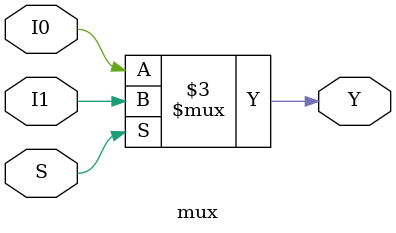
<source format=v>
`timescale 1ns / 1ps

module mux (
I0, I1, S, Y

);
 
input I0;
input I1;

input S;
output reg Y;
 
always @ (I1,I0, S)
 begin
    Y = (S == 1'd0) ? I0 : I1;
 end
endmodule

</source>
